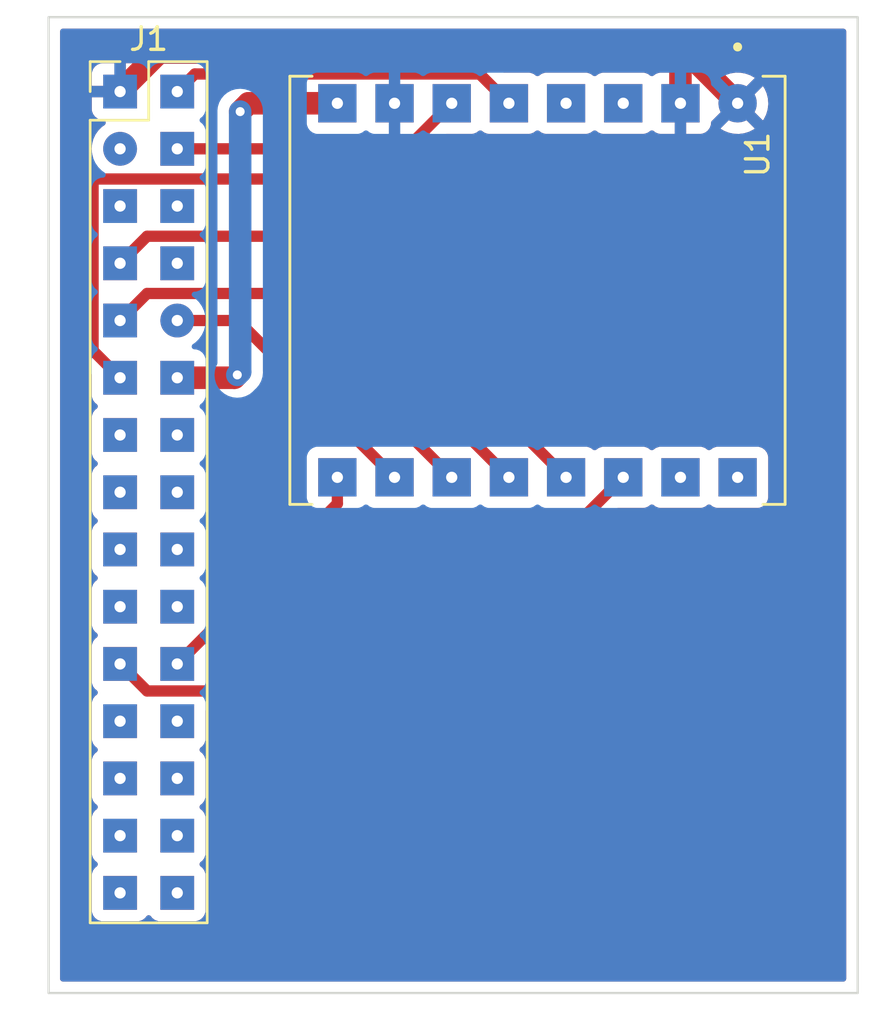
<source format=kicad_pcb>
(kicad_pcb (version 20211014) (generator pcbnew)
  (layers (0 "F.Cu" signal) (31 "B.Cu" signal) (34 "B.Paste" user) (35 "F.Paste" user) (36 "B.SilkS" user "B.Silkscreen") (37 "F.SilkS" user "F.Silkscreen") (38 "B.Mask" user) (39 "F.Mask" user) (44 "Edge.Cuts" user))
  (net 0 "")
  (net 1 "GND")
  (net 13 "SCK")
  (net 14 "BUSY")
  (net 15 "+3.3V")
  (net 17 "MOSI")
  (net 20 "RESET")
  (net 21 "CS")
  (net 27 "DIO2")
  (net 28 "DIO1")
  (net 29 "MISO")
  (footprint "LoRa_interface:XCVR_CORE1262-868M_TRAVERSANT" (layer "F.Cu") (at 131.953 71.43 -90)
    (fp_text reference "U1" (at -6.025 -9.779 90) (layer "F.SilkS"))
    (fp_text value "CORE1262-868M")
    (fp_line (start -9.5 -11) (end -9.5 -10.015) (layer "F.SilkS") (width 0.127))
    (fp_line (start -9.5 11) (end -9.5 10.015) (layer "F.SilkS") (width 0.127))
    (fp_line (start 9.5 -11) (end 9.5 -10.015) (layer "F.SilkS") (width 0.127))
    (fp_line (start 9.5 11) (end 9.5 10.015) (layer "F.SilkS") (width 0.127))
    (fp_line (start -9.5 -11) (end 9.5 -11) (layer "F.SilkS") (width 0.127))
    (fp_line (start -9.5 11) (end 9.5 11) (layer "F.SilkS") (width 0.127))
    (fp_circle (center -10.8 -8.89) (end -10.7 -8.89) (layer "F.SilkS") (width 0.2) (fill none))
    (pad "1" thru_hole circle (at -8.3 -8.89 270) (size 1.7 1.7) (drill 0.5) (layers *.Cu *.Mask) (net 1 "GND"))
    (pad "2" thru_hole rect (at -8.3 -6.35 270) (size 1.7 1.7) (drill 0.5) (layers *.Cu *.Mask) (net 1 "GND"))
    (pad "3" thru_hole rect (at -8.3 -3.81 270) (size 1.7 1.7) (drill 0.5) (layers *.Cu *.Mask))
    (pad "4" thru_hole rect (at -8.3 -1.27 270) (size 1.7 1.7) (drill 0.5) (layers *.Cu *.Mask))
    (pad "5" thru_hole rect (at -8.3 1.27 270) (size 1.7 1.7) (drill 0.5) (layers *.Cu *.Mask) (net 27 "DIO2"))
    (pad "6" thru_hole rect (at -8.3 3.81 270) (size 1.7 1.7) (drill 0.5) (layers *.Cu *.Mask) (net 28 "DIO1"))
    (pad "7" thru_hole rect (at -8.3 6.35 270) (size 1.7 1.7) (drill 0.5) (layers *.Cu *.Mask) (net 1 "GND"))
    (pad "8" thru_hole rect (at -8.3 8.89 270) (size 1.7 1.7) (drill 0.5) (layers *.Cu *.Mask) (net 15 "+3.3V"))
    (pad "9" thru_hole rect (at 8.3 8.89 270) (size 1.7 1.7) (drill 0.5) (layers *.Cu *.Mask) (net 14 "BUSY"))
    (pad "10" thru_hole rect (at 8.3 6.35 270) (size 1.7 1.7) (drill 0.5) (layers *.Cu *.Mask) (net 20 "RESET"))
    (pad "11" thru_hole rect (at 8.3 3.81 270) (size 1.7 1.7) (drill 0.5) (layers *.Cu *.Mask) (net 29 "MISO"))
    (pad "12" thru_hole rect (at 8.3 1.27 270) (size 1.7 1.7) (drill 0.5) (layers *.Cu *.Mask) (net 17 "MOSI"))
    (pad "13" thru_hole rect (at 8.3 -1.27 270) (size 1.7 1.7) (drill 0.5) (layers *.Cu *.Mask) (net 13 "SCK"))
    (pad "14" thru_hole rect (at 8.3 -3.81 270) (size 1.7 1.7) (drill 0.5) (layers *.Cu *.Mask) (net 21 "CS"))
    (pad "15" thru_hole rect (at 8.3 -6.35 270) (size 1.7 1.7) (drill 0.5) (layers *.Cu *.Mask))
    (pad "16" thru_hole rect (at 8.3 -8.89 270) (size 1.7 1.7) (drill 0.5) (layers *.Cu *.Mask))
  )
  (footprint "LoRa_interface:PinHeaderM5Stack_2x15_P2.54mm_Vertical" (layer "F.Cu") (at 113.411 62.611)
    (fp_text reference "J1" (at 1.27 -2.33) (layer "F.SilkS"))
    (fp_text value "Conn_02x15_M5Stack_Core2")
    (fp_line (start 3.87 -1.33) (end 3.87 36.89) (layer "F.SilkS") (width 0.12))
    (fp_line (start -1.33 1.27) (end 1.27 1.27) (layer "F.SilkS") (width 0.12))
    (fp_line (start -1.33 0) (end -1.33 -1.33) (layer "F.SilkS") (width 0.12))
    (fp_line (start -1.33 36.89) (end 3.87 36.89) (layer "F.SilkS") (width 0.12))
    (fp_line (start 1.27 -1.33) (end 3.87 -1.33) (layer "F.SilkS") (width 0.12))
    (fp_line (start 1.27 1.27) (end 1.27 -1.33) (layer "F.SilkS") (width 0.12))
    (fp_line (start -1.33 1.27) (end -1.33 36.89) (layer "F.SilkS") (width 0.12))
    (fp_line (start -1.33 -1.33) (end 0 -1.33) (layer "F.SilkS") (width 0.12))
    (pad "1" thru_hole rect (at 0 0) (size 1.5 1.5) (drill 0.5) (layers *.Cu *.Mask) (net 1 "GND"))
    (pad "2" thru_hole oval (at 0 2.54) (size 1.5 1.5) (drill 0.5) (layers *.Cu *.Mask))
    (pad "3" thru_hole rect (at 0 5.08) (size 1.5 1.5) (drill 0.5) (layers *.Cu *.Mask))
    (pad "4" thru_hole rect (at 2.54 17.78) (size 1.5 1.5) (drill 0.5) (layers *.Cu *.Mask))
    (pad "5" thru_hole rect (at 2.54 22.86) (size 1.5 1.5) (drill 0.5) (layers *.Cu *.Mask))
    (pad "7" thru_hole rect (at 0 15.24) (size 1.5 1.5) (drill 0.5) (layers *.Cu *.Mask))
    (pad "8" thru_hole rect (at 0 17.78) (size 1.5 1.5) (drill 0.5) (layers *.Cu *.Mask))
    (pad "9" thru_hole rect (at 0 20.32) (size 1.5 1.5) (drill 0.5) (layers *.Cu *.Mask))
    (pad "10" thru_hole rect (at 0 22.86) (size 1.5 1.5) (drill 0.5) (layers *.Cu *.Mask))
    (pad "11" thru_hole rect (at 2.54 27.94) (size 1.5 1.5) (drill 0.5) (layers *.Cu *.Mask))
    (pad "12" thru_hole rect (at 0 27.94) (size 1.5 1.5) (drill 0.5) (layers *.Cu *.Mask))
    (pad "13" thru_hole rect (at 0 30.48) (size 1.5 1.5) (drill 0.5) (layers *.Cu *.Mask))
    (pad "14" thru_hole rect (at 0 33.02) (size 1.5 1.5) (drill 0.5) (layers *.Cu *.Mask))
    (pad "15" thru_hole rect (at 0 35.56) (size 1.5 1.5) (drill 0.5) (layers *.Cu *.Mask))
    (pad "18" thru_hole rect (at 0 12.7) (size 1.5 1.5) (drill 0.5) (layers *.Cu *.Mask) (net 13 "SCK"))
    (pad "19" thru_hole rect (at 2.54 25.4) (size 1.5 1.5) (drill 0.5) (layers *.Cu *.Mask) (net 14 "BUSY"))
    (pad "21" thru_hole rect (at 2.54 12.7) (size 1.5 1.5) (drill 0.5) (layers *.Cu *.Mask) (net 15 "+3.3V"))
    (pad "22" thru_hole rect (at 2.54 15.24) (size 1.5 1.5) (drill 0.5) (layers *.Cu *.Mask))
    (pad "23" thru_hole rect (at 0 7.62) (size 1.5 1.5) (drill 0.5) (layers *.Cu *.Mask) (net 17 "MOSI"))
    (pad "24" thru_hole rect (at 2.54 20.32) (size 1.5 1.5) (drill 0.5) (layers *.Cu *.Mask))
    (pad "25" thru_hole rect (at 2.54 7.62) (size 1.5 1.5) (drill 0.5) (layers *.Cu *.Mask))
    (pad "26" thru_hole oval (at 2.54 10.16) (size 1.5 1.5) (drill 0.5) (layers *.Cu *.Mask) (net 20 "RESET"))
    (pad "27" thru_hole rect (at 0 25.4) (size 1.5 1.5) (drill 0.5) (layers *.Cu *.Mask) (net 21 "CS"))
    (pad "28" thru_hole rect (at 2.54 30.48) (size 1.5 1.5) (drill 0.5) (layers *.Cu *.Mask))
    (pad "29" thru_hole rect (at 2.54 33.02) (size 1.5 1.5) (drill 0.5) (layers *.Cu *.Mask))
    (pad "30" thru_hole rect (at 2.54 35.56) (size 1.5 1.5) (drill 0.5) (layers *.Cu *.Mask))
    (pad "35" thru_hole rect (at 2.54 0) (size 1.5 1.5) (drill 0.5) (layers *.Cu *.Mask) (net 27 "DIO2"))
    (pad "36" thru_hole rect (at 2.54 2.54) (size 1.5 1.5) (drill 0.5) (layers *.Cu *.Mask) (net 28 "DIO1"))
    (pad "37" thru_hole rect (at 2.54 5.08) (size 1.5 1.5) (drill 0.5) (layers *.Cu *.Mask))
    (pad "38" thru_hole rect (at 0 10.16) (size 1.5 1.5) (drill 0.5) (layers *.Cu *.Mask) (net 29 "MISO"))
  )
  (gr_rect (start 110.236 59.309) (end 146.177 102.616) (layer "Edge.Cuts") (width 0.1) (fill none))
  (segment (start 138.303 63.13) (end 138.303 61.17) (width 1) (layer "F.Cu") (net 1))
  (segment (start 115.142 60.88) (end 113.411 62.611) (width 1) (layer "F.Cu") (net 1))
  (segment (start 140.843 63.13) (end 138.593 60.88) (width 1) (layer "F.Cu") (net 1))
  (segment (start 138.303 61.17) (end 138.593 60.88) (width 1) (layer "F.Cu") (net 1))
  (segment (start 138.593 60.88) (end 115.142 60.88) (width 1) (layer "F.Cu") (net 1))
  (segment (start 112.211 66.491) (end 112.211 74.111) (width 0.5) (layer "F.Cu") (net 13))
  (segment (start 119.984 66.491) (end 112.211 66.491) (width 0.5) (layer "F.Cu") (net 13))
  (segment (start 112.211 74.111) (end 113.411 75.311) (width 0.5) (layer "F.Cu") (net 13))
  (segment (start 133.223 79.73) (end 119.984 66.491) (width 0.5) (layer "F.Cu") (net 13))
  (segment (start 123.063 80.899) (end 123.063 79.73) (width 0.5) (layer "F.Cu") (net 14))
  (segment (start 115.951 88.011) (end 123.063 80.899) (width 0.5) (layer "F.Cu") (net 14))
  (segment (start 118.618 75.184) (end 118.491 75.311) (width 1) (layer "F.Cu") (net 15))
  (segment (start 118.491 75.311) (end 115.951 75.311) (width 1) (layer "F.Cu") (net 15))
  (segment (start 123.063 63.13) (end 119.115 63.13) (width 1) (layer "F.Cu") (net 15))
  (segment (start 119.115 63.13) (end 118.745 63.5) (width 1) (layer "F.Cu") (net 15))
  (via (at 118.745 63.5) (size 0.8) (drill 0.4) (layers "F.Cu" "B.Cu") (net 15))
  (via (at 118.618 75.184) (size 0.8) (drill 0.4) (layers "F.Cu" "B.Cu") (net 15))
  (segment (start 118.745 75.057) (end 118.745 63.5) (width 1) (layer "B.Cu") (net 15))
  (segment (start 118.618 75.184) (end 118.745 75.057) (width 1) (layer "B.Cu") (net 15))
  (segment (start 130.683 79.73) (end 119.984 69.031) (width 0.5) (layer "F.Cu") (net 17))
  (segment (start 114.611 69.031) (end 113.411 70.231) (width 0.5) (layer "F.Cu") (net 17))
  (segment (start 119.984 69.031) (end 114.611 69.031) (width 0.5) (layer "F.Cu") (net 17))
  (segment (start 115.951 72.771) (end 118.644 72.771) (width 0.5) (layer "F.Cu") (net 20))
  (segment (start 118.644 72.771) (end 125.603 79.73) (width 0.5) (layer "F.Cu") (net 20))
  (segment (start 119.069 89.211) (end 114.611 89.211) (width 0.5) (layer "F.Cu") (net 21))
  (segment (start 135.763 79.73) (end 132.943 82.55) (width 0.5) (layer "F.Cu") (net 21))
  (segment (start 132.943 82.55) (end 125.73 82.55) (width 0.5) (layer "F.Cu") (net 21))
  (segment (start 114.611 89.211) (end 113.411 88.011) (width 0.5) (layer "F.Cu") (net 21))
  (segment (start 125.73 82.55) (end 119.069 89.211) (width 0.5) (layer "F.Cu") (net 21))
  (segment (start 116.732 61.83) (end 129.383 61.83) (width 0.5) (layer "F.Cu") (net 27))
  (segment (start 115.951 62.611) (end 116.732 61.83) (width 0.5) (layer "F.Cu") (net 27))
  (segment (start 129.383 61.83) (end 130.683 63.13) (width 0.5) (layer "F.Cu") (net 27))
  (segment (start 126.122 65.151) (end 128.143 63.13) (width 0.5) (layer "F.Cu") (net 28))
  (segment (start 115.951 65.151) (end 126.122 65.151) (width 0.5) (layer "F.Cu") (net 28))
  (segment (start 114.611 71.571) (end 119.984 71.571) (width 0.5) (layer "F.Cu") (net 29))
  (segment (start 113.411 72.771) (end 114.611 71.571) (width 0.5) (layer "F.Cu") (net 29))
  (segment (start 119.984 71.571) (end 128.143 79.73) (width 0.5) (layer "F.Cu") (net 29))
  (zone (net 1) (net_name "GND") (layers F&B.Cu) (connect_pads (clearance 0.508)) (min_thickness 0.254) (fill yes (thermal_gap 0.508) (thermal_bridge_width 0.508))
    (polygon (pts (xy 147.361096 103.884221) (xy 108.118096 104.011221) (xy 108.077 58.547) (xy 147.32 58.547)))
  )
)
</source>
